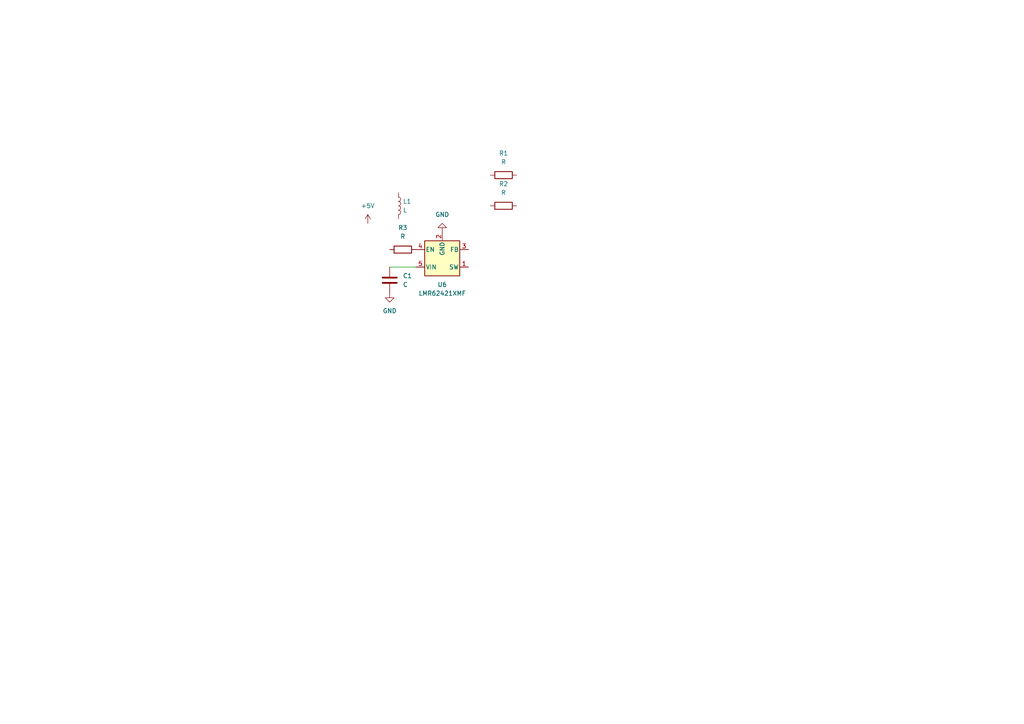
<source format=kicad_sch>
(kicad_sch (version 20250114) (generator "eeschema") (generator_version "9.0")
  (paper "A4")
  (lib_symbols
    (symbol "Device:C" (pin_numbers (hide yes)) (pin_names (offset 0.254))
      (property "Reference" "C" (at 0.635 2.54 0))
      (property "Value" "C" (at 0.635 -2.54 0))
      (symbol "C_0_1"
        (polyline (pts (xy -2.032 0.762) (xy 2.032 0.762)) (stroke (width 0.508)))
        (polyline (pts (xy -2.032 -0.762) (xy 2.032 -0.762)) (stroke (width 0.508)))
      )
      (symbol "C_1_1"
        (pin passive line (at 0 3.81 270) (length 2.794) (name "~") (number "1"))
        (pin passive line (at 0 -3.81 90) (length 2.794) (name "~") (number "2"))
      )
    )
    (symbol "Device:L" (pin_numbers (hide yes)) (pin_names (offset 1.016) (hide yes))
      (property "Reference" "L" (at -1.27 0 90))
      (property "Value" "L" (at 1.905 0 90))
      (symbol "L_0_1"
        (arc (start 0 2.54) (mid 0.6323 1.905) (end 0 1.27))
        (arc (start 0 1.27) (mid 0.6323 0.635) (end 0 0))
        (arc (start 0 0) (mid 0.6323 -0.635) (end 0 -1.27))
        (arc (start 0 -1.27) (mid 0.6323 -1.905) (end 0 -2.54))
      )
      (symbol "L_1_1"
        (pin passive line (at 0 3.81 270) (length 1.27) (name "1") (number "1"))
        (pin passive line (at 0 -3.81 90) (length 1.27) (name "2") (number "2"))
      )
    )
    (symbol "Device:R" (pin_numbers (hide yes)) (pin_names (offset 0))
      (property "Reference" "R" (at 2.032 0 90))
      (property "Value" "R" (at 0 0 90))
      (symbol "R_0_1"
        (rectangle (start -1.016 -2.54) (end 1.016 2.54) (stroke (width 0.254)))
      )
      (symbol "R_1_1"
        (pin passive line (at 0 3.81 270) (length 1.27) (name "~") (number "1"))
        (pin passive line (at 0 -3.81 90) (length 1.27) (name "~") (number "2"))
      )
    )
    (symbol "Regulator_Switching:LMR62421XMF" (pin_names (offset 0.254))
      (property "Reference" "U" (at -5.08 6.35 0))
      (property "Value" "LMR62421XMF" (at 0 6.35 0))
      (symbol "LMR62421XMF_0_1"
        (rectangle (start -5.08 5.08) (end 5.08 -5.08) (stroke (width 0.254)) (fill (type background)))
      )
      (symbol "LMR62421XMF_1_1"
        (pin input line (at -7.62 2.54 0) (length 2.54) (name "VIN") (number "5"))
        (pin input line (at -7.62 -2.54 0) (length 2.54) (name "EN") (number "4"))
        (pin power_in line (at 0 -7.62 90) (length 2.54) (name "GND") (number "2"))
        (pin output line (at 7.62 2.54 180) (length 2.54) (name "SW") (number "1"))
        (pin input line (at 7.62 -2.54 180) (length 2.54) (name "FB") (number "3"))
      )
    )
    (symbol "power:+5V" (power) (pin_numbers (hide yes)) (pin_names (offset 0) (hide yes))
      (property "Value" "+5V" (at 0 3.556 0))
      (symbol "+5V_0_1"
        (polyline (pts (xy -0.762 1.27) (xy 0 2.54)))
        (polyline (pts (xy 0 2.54) (xy 0.762 1.27)))
        (polyline (pts (xy 0 0) (xy 0 2.54)))
      )
      (symbol "+5V_1_1"
        (pin power_in line (at 0 0 90) (length 0) (name "~") (number "1"))
      )
    )
    (symbol "power:GND" (power) (pin_numbers (hide yes)) (pin_names (offset 0) (hide yes))
      (property "Value" "GND" (at 0 -3.81 0))
      (symbol "GND_0_1"
        (polyline (pts (xy 0 0) (xy 0 -1.27) (xy 1.27 -1.27) (xy 0 -2.54) (xy -1.27 -1.27) (xy 0 -1.27)))
      )
      (symbol "GND_1_1"
        (pin power_in line (at 0 0 270) (length 0) (name "~") (number "1"))
      )
    )
  )
  (wire (pts (xy 113.03 77.47) (xy 120.65 77.47)))
  (symbol (lib_id "Device:C") (at 113.03 81.28 0) (unit 1)
    (property "Reference" "C1" (at 116.84 80.0099 0) (effects (justify left)))
    (property "Value" "C" (at 116.84 82.5499 0) (effects (justify left)))
    (property "Description" "Unpolarized capacitor" (effects (hide yes)))
  )
  (symbol (lib_id "Device:R") (at 116.84 72.39 90) (unit 1)
    (property "Reference" "R3" (at 116.84 66.04 90))
    (property "Value" "R" (at 116.84 68.58 90))
    (property "Description" "Resistor" (effects (hide yes)))
  )
  (symbol (lib_id "power:GND") (at 128.27 67.31 180) (unit 1)
    (property "Reference" "#PWR012" (effects (hide yes)))
    (property "Value" "GND" (at 128.27 62.23 0))
    (property "Description" "Power symbol creates a global label with name \"GND\" , ground" (effects (hide yes)))
  )
  (symbol (lib_id "power:GND") (at 113.03 85.09 0) (unit 1)
    (property "Reference" "#PWR01" (effects (hide yes)))
    (property "Value" "GND" (at 113.03 90.17 0))
    (property "Description" "Power symbol creates a global label with name \"GND\" , ground" (effects (hide yes)))
  )
  (symbol (lib_id "power:+5V") (at 106.68 64.77 0) (unit 1)
    (property "Reference" "#PWR011" (effects (hide yes)))
    (property "Value" "+5V" (at 106.68 59.69 0))
    (property "Description" "Power symbol creates a global label with name \"+5V\"" (effects (hide yes)))
  )
  (symbol (lib_id "Device:R") (at 146.05 59.69 90) (unit 1)
    (property "Reference" "R2" (at 146.05 53.34 90))
    (property "Value" "R" (at 146.05 55.88 90))
    (property "Description" "Resistor" (effects (hide yes)))
  )
  (symbol (lib_id "Device:L") (at 115.57 59.69 0) (unit 1)
    (property "Reference" "L1" (at 116.84 58.4199 0) (effects (justify left)))
    (property "Value" "L" (at 116.84 60.9599 0) (effects (justify left)))
    (property "Description" "Inductor" (effects (hide yes)))
  )
  (symbol (lib_id "Device:R") (at 146.05 50.8 90) (unit 1)
    (property "Reference" "R1" (at 146.05 44.45 90))
    (property "Value" "R" (at 146.05 46.99 90))
    (property "Description" "Resistor" (effects (hide yes)))
  )
  (symbol (lib_id "Regulator_Switching:LMR62421XMF") (at 128.27 74.93 0) (mirror x) (unit 1)
    (property "Reference" "U6" (at 128.27 82.55 0))
    (property "Value" "LMR62421XMF" (at 128.27 85.09 0))
    (property "Footprint" "Package_TO_SOT_SMD:SOT-23-5" (effects (hide yes)))
    (property "Datasheet" "http://www.ti.com/lit/ds/symlink/lmr62421.pdf" (effects (hide yes)))
    (property "Description" "2.1A, 24Vout Boost/SEPIC Voltage Regulator, 1.6MHz Frequency, SOT-23-5" (effects (hide yes)))
  )
)
</source>
